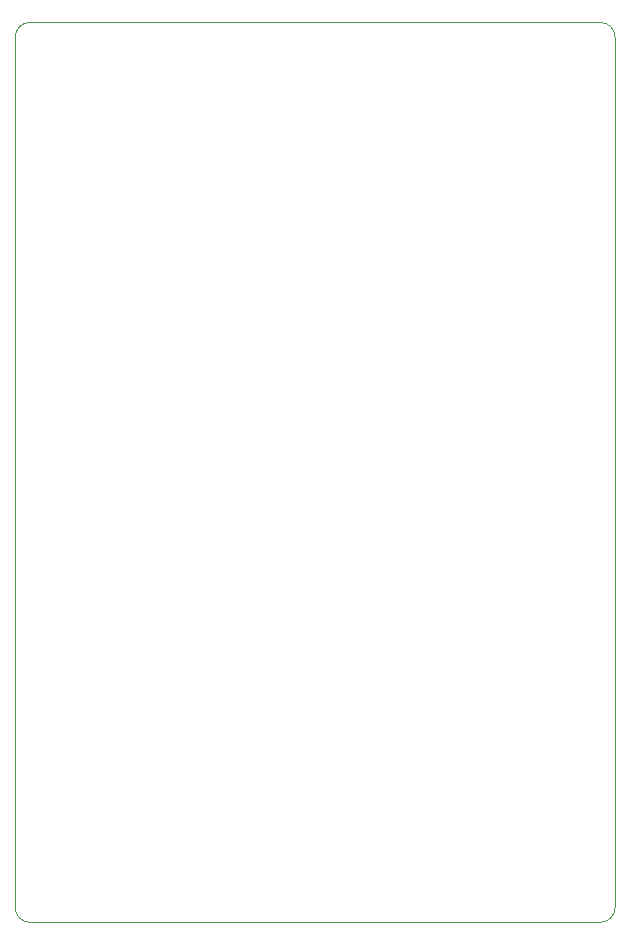
<source format=gbr>
%TF.GenerationSoftware,Altium Limited,Altium Designer,20.1.14 (287)*%
G04 Layer_Color=0*
%FSLAX25Y25*%
%MOIN*%
%TF.SameCoordinates,EAB65FBB-9CC0-4E70-8F82-B449C0BBF2B7*%
%TF.FilePolarity,Positive*%
%TF.FileFunction,Profile,NP*%
%TF.Part,Single*%
G01*
G75*
%TA.AperFunction,Profile*%
%ADD88C,0.00100*%
D88*
X5000D02*
X195000D01*
D02*
G03*
X200000Y5000I0J5000D01*
G01*
X200000Y295000D01*
D02*
G03*
X195000Y300000I-5000J0D01*
G01*
X5000Y300000D01*
D02*
G03*
X0Y295000I-0J-5000D01*
G01*
Y5000D01*
D02*
G03*
X5000Y0I5000J-0D01*
G01*
%TF.MD5,bc3f07cca59587d2ce62a2760f618493*%
M02*

</source>
